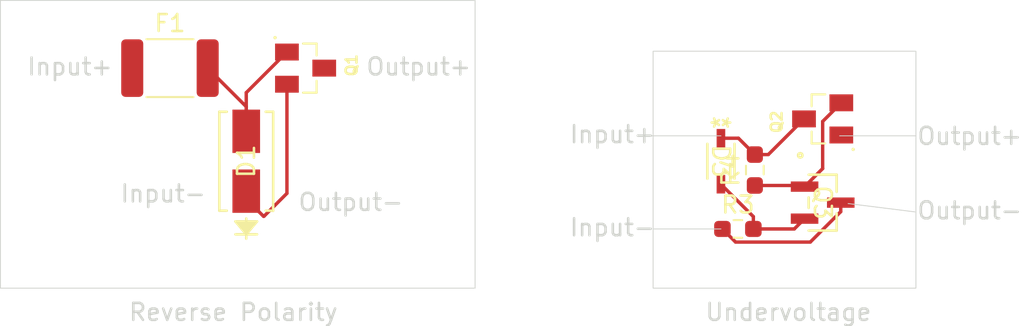
<source format=kicad_pcb>
(kicad_pcb (version 20241229) (generator "pcbnew") (generator_version "9.0")
  (layers (0 "F.Cu" signal) (2 "B.Cu" signal) (13 "F.Paste" user) (15 "B.Paste" user) (5 "F.SilkS" user "F.Silkscreen") (7 "B.SilkS" user "B.Silkscreen") (1 "F.Mask" user) (3 "B.Mask" user) (25 "Edge.Cuts" user))
  (net 0 "")
  (net 1 "Net-(D1-A2)")
  (net 2 "Net-(Q2-G)")
  (net 3 "Net-(D3-A)")
  (net 4 "UP+")
  (net 5 "RPP+")
  (net 6 "RPP-")
  (net 7 "UP-")
  (net 8 "RPPO+")
  (net 9 "UPO+")
  (footprint "FS_4_Footprint_Library:SMA_DIO-M" (layer "F.Cu") (at 85.5 47 90)
    (property "Reference" "D1" (at 0 0 90) (layer "F.SilkS"))
    (property "Value" "SMAJ78CA-13-F")
    (fp_line (start 2.922001 -1.587) (end -2.922001 -1.587) (stroke (width 0.1524)) (layer "F.SilkS"))
    (fp_line (start -2.922001 -1.587) (end -2.922001 -1.14774) (stroke (width 0.1524)) (layer "F.SilkS"))
    (fp_line (start 2.922001 -1.14774) (end 2.922001 -1.587) (stroke (width 0.1524)) (layer "F.SilkS"))
    (fp_line (start -3.557001 -0.635) (end -3.557001 0.635) (stroke (width 0.1524)) (layer "F.SilkS"))
    (fp_line (start -4.319001 -0.635) (end -4.319001 0.635) (stroke (width 0.1524)) (layer "F.SilkS"))
    (fp_line (start -3.38174 0) (end -4.573001 0) (stroke (width 0.1524)) (layer "F.SilkS"))
    (fp_line (start -4.319001 0) (end -3.557001 -0.635) (stroke (width 0.1524)) (layer "F.SilkS"))
    (fp_line (start -4.319001 0) (end -3.557001 -0.508) (stroke (width 0.1524)) (layer "F.SilkS"))
    (fp_line (start -4.319001 0) (end -3.557001 -0.381) (stroke (width 0.1524)) (layer "F.SilkS"))
    (fp_line (start -4.319001 0) (end -3.557001 -0.254) (stroke (width 0.1524)) (layer "F.SilkS"))
    (fp_line (start -4.319001 0) (end -3.557001 -0.127) (stroke (width 0.1524)) (layer "F.SilkS"))
    (fp_line (start -4.319001 0) (end -3.557001 0.127) (stroke (width 0.1524)) (layer "F.SilkS"))
    (fp_line (start -4.319001 0) (end -3.557001 0.254) (stroke (width 0.1524)) (layer "F.SilkS"))
    (fp_line (start -4.319001 0) (end -3.557001 0.381) (stroke (width 0.1524)) (layer "F.SilkS"))
    (fp_line (start -4.319001 0) (end -3.557001 0.508) (stroke (width 0.1524)) (layer "F.SilkS"))
    (fp_line (start -4.319001 0) (end -3.557001 0.635) (stroke (width 0.1524)) (layer "F.SilkS"))
    (fp_line (start -2.922001 1.14774) (end -2.922001 1.587) (stroke (width 0.1524)) (layer "F.SilkS"))
    (fp_line (start 2.922001 1.587) (end 2.922001 1.14774) (stroke (width 0.1524)) (layer "F.SilkS"))
    (fp_line (start -2.922001 1.587) (end 2.922001 1.587) (stroke (width 0.1524)) (layer "F.SilkS"))
    (pad "1" smd rect (at -1.7683 0 180) (size 1.63 2.561399) (layers "F.Cu" "F.Mask" "F.Paste") (net 6 "RPP-"))
    (pad "2" smd rect (at 1.7683 0 180) (size 1.63 2.561399) (layers "F.Cu" "F.Mask" "F.Paste") (net 1 "Net-(D1-A2)"))
  )
  (footprint "Fuse:Fuse_1812_4532Metric_Pad1.30x3.40mm_HandSolder" (layer "F.Cu") (at 81 41.5)
    (property "Reference" "F1" (at 0 -2.65 0) (layer "F.SilkS"))
    (property "Value" "1812L110/33")
    (fp_line (start -1.386252 -1.71) (end 1.386252 -1.71) (stroke (width 0.12)) (layer "F.SilkS"))
    (fp_line (start -1.386252 1.71) (end 1.386252 1.71) (stroke (width 0.12)) (layer "F.SilkS"))
    (pad "1" smd roundrect (at -2.225 0) (size 1.3 3.4) (layers "F.Cu" "F.Mask" "F.Paste") (roundrect_rratio 0.192308) (net 5 "RPP+"))
    (pad "2" smd roundrect (at 2.225 0) (size 1.3 3.4) (layers "F.Cu" "F.Mask" "F.Paste") (roundrect_rratio 0.192308) (net 1 "Net-(D1-A2)"))
  )
  (footprint "FS_4_Footprint_Library:SOT-23_MCC-M" (layer "F.Cu") (at 119.5 49.44615 -90)
    (property "Reference" "Q3" (at 0 0 270) (layer "F.SilkS"))
    (property "Value" "SI2302-TP")
    (fp_line (start -0.30861 0.8255) (end 0.30861 0.8255) (stroke (width 0.1524)) (layer "F.SilkS"))
    (fp_line (start 1.651 0.8255) (end 1.651 -0.8255) (stroke (width 0.1524)) (layer "F.SilkS"))
    (fp_line (start -1.651 -0.8255) (end -1.651 0.8255) (stroke (width 0.1524)) (layer "F.SilkS"))
    (fp_line (start -0.63754 -0.8255) (end -1.651 -0.8255) (stroke (width 0.1524)) (layer "F.SilkS"))
    (fp_line (start 1.651 -0.8255) (end 0.63754 -0.8255) (stroke (width 0.1524)) (layer "F.SilkS"))
    (fp_circle (center -2.794 1.3208) (end -2.667 1.3208) (stroke (width 0.1524)) (fill no) (layer "F.SilkS"))
    (pad "1" smd rect (at -0.94615 1.0668 270) (size 0.6096 1.6256) (layers "F.Cu" "F.Mask" "F.Paste") (net 2 "Net-(Q2-G)"))
    (pad "2" smd rect (at 0.94615 1.0668 270) (size 0.6096 1.6256) (layers "F.Cu" "F.Mask" "F.Paste") (net 3 "Net-(D3-A)"))
    (pad "3" smd rect (at 0 -1.0668 270) (size 0.6096 1.6256) (layers "F.Cu" "F.Mask" "F.Paste") (net 7 "UP-"))
  )
  (footprint "Resistor_SMD:R_0603_1608Metric_Pad0.98x0.95mm_HandSolder" (layer "F.Cu") (at 115.5 47.520791 90)
    (property "Reference" "R4" (at 0 -1.43 90) (layer "F.SilkS"))
    (property "Value" "10K")
    (fp_line (start -0.254724 -0.5225) (end 0.254724 -0.5225) (stroke (width 0.12)) (layer "F.SilkS"))
    (fp_line (start -0.254724 0.5225) (end 0.254724 0.5225) (stroke (width 0.12)) (layer "F.SilkS"))
    (pad "1" smd roundrect (at -0.9125 0 90) (size 0.975 0.95) (layers "F.Cu" "F.Mask" "F.Paste") (net 2 "Net-(Q2-G)"))
    (pad "2" smd roundrect (at 0.9125 0 90) (size 0.975 0.95) (layers "F.Cu" "F.Mask" "F.Paste") (net 4 "UP+"))
  )
  (footprint "Resistor_SMD:R_0603_1608Metric_Pad0.98x0.95mm_HandSolder" (layer "F.Cu") (at 114.5 51)
    (property "Reference" "R3" (at 0 -1.43 0) (layer "F.SilkS"))
    (property "Value" "1M")
    (fp_line (start -0.254724 -0.5225) (end 0.254724 -0.5225) (stroke (width 0.12)) (layer "F.SilkS"))
    (fp_line (start -0.254724 0.5225) (end 0.254724 0.5225) (stroke (width 0.12)) (layer "F.SilkS"))
    (pad "1" smd roundrect (at -0.9125 0) (size 0.975 0.95) (layers "F.Cu" "F.Mask" "F.Paste") (net 7 "UP-"))
    (pad "2" smd roundrect (at 0.9125 0) (size 0.975 0.95) (layers "F.Cu" "F.Mask" "F.Paste") (net 3 "Net-(D3-A)"))
  )
  (footprint "FS_4_Footprint_Library:SOD-323_1P8X1P35_ONS-M" (layer "F.Cu") (at 113.5 47 -90)
    (property "Reference" "D3" (at 0 0 270) (layer "F.SilkS"))
    (property "Value" "MM3Z9V1T1G")
    (fp_line (start -1.0287 0.8001) (end 1.0287 0.8001) (stroke (width 0.1524)) (layer "F.SilkS"))
    (fp_line (start 1.0287 -0.8001) (end -1.0287 -0.8001) (stroke (width 0.1524)) (layer "F.SilkS"))
    (fp_text user "*" (at -2.286 0 90) (layer "F.SilkS"))
    (fp_text user "*" (at -2.286 0 270) (layer "F.SilkS"))
    (pad "1" smd rect (at -1.3589 0 270) (size 1.0922 0.508) (layers "F.Cu" "F.Mask" "F.Paste") (net 4 "UP+"))
    (pad "2" smd rect (at 1.3589 0 270) (size 1.0922 0.508) (layers "F.Cu" "F.Mask" "F.Paste") (net 3 "Net-(D3-A)"))
  )
  (footprint "FS_4_Footprint_Library:SOT95P240X120-3N" (layer "F.Cu") (at 119.5 44.5 90)
    (property "Reference" "Q2" (at -0.17313 -2.713412 90) (layer "F.SilkS") (effects (font (size 0.640476 0.640476))))
    (property "Value" "BSS84")
    (fp_line (start 1.45 -0.65) (end 0.75 -0.65) (stroke (width 0.127)) (layer "F.SilkS"))
    (fp_line (start 1.45 -0.65) (end 1.45 0.15) (stroke (width 0.127)) (layer "F.SilkS"))
    (fp_line (start -1.45 -0.65) (end -0.75 -0.65) (stroke (width 0.127)) (layer "F.SilkS"))
    (fp_line (start -1.45 -0.65) (end -1.45 0.15) (stroke (width 0.127)) (layer "F.SilkS"))
    (fp_circle (center -1.8 1.8) (end -1.7 1.8) (fill yes) (layer "F.SilkS"))
    (pad "1" smd rect (at -0.95 1.1 90) (size 1 1.4) (layers "F.Cu" "F.Mask" "F.Paste") (net 9 "UPO+"))
    (pad "2" smd rect (at 0.95 1.1 90) (size 1 1.4) (layers "F.Cu" "F.Mask" "F.Paste") (net 2 "Net-(Q2-G)"))
    (pad "3" smd rect (at 0 -1.1 90) (size 1 1.4) (layers "F.Cu" "F.Mask" "F.Paste") (net 4 "UP+"))
  )
  (footprint "FS_4_Footprint_Library:SOT95P240X120-3N" (layer "F.Cu") (at 89 41.5 -90)
    (property "Reference" "Q1" (at -0.17313 -2.713412 90) (layer "F.SilkS") (effects (font (size 0.640476 0.640476))))
    (property "Value" "BSS84")
    (fp_line (start -1.45 -0.65) (end -1.45 0.15) (stroke (width 0.127)) (layer "F.SilkS"))
    (fp_line (start -1.45 -0.65) (end -0.75 -0.65) (stroke (width 0.127)) (layer "F.SilkS"))
    (fp_line (start 1.45 -0.65) (end 1.45 0.15) (stroke (width 0.127)) (layer "F.SilkS"))
    (fp_line (start 1.45 -0.65) (end 0.75 -0.65) (stroke (width 0.127)) (layer "F.SilkS"))
    (fp_circle (center -1.8 1.8) (end -1.7 1.8) (fill yes) (layer "F.SilkS"))
    (pad "1" smd rect (at -0.95 1.1 270) (size 1 1.4) (layers "F.Cu" "F.Mask" "F.Paste") (net 1 "Net-(D1-A2)"))
    (pad "2" smd rect (at 0.95 1.1 270) (size 1 1.4) (layers "F.Cu" "F.Mask" "F.Paste") (net 6 "RPP-"))
    (pad "3" smd rect (at 0 -1.1 270) (size 1 1.4) (layers "F.Cu" "F.Mask" "F.Paste") (net 8 "RPPO+"))
  )
  (gr_line (start 125 45.5) (end 120.5 45.5) (stroke (width 0.05)) (layer "Edge.Cuts"))
  (gr_line (start 125 50) (end 121 49.5) (stroke (width 0.05)) (layer "Edge.Cuts"))
  (gr_line (start 109.5 51) (end 113.5 51) (stroke (width 0.05)) (layer "Edge.Cuts"))
  (gr_rect (start 71 37.5) (end 99 54.5) (stroke (width 0.05)) (fill no) (layer "Edge.Cuts"))
  (gr_rect (start 109.5 40.5) (end 125 54.5) (stroke (width 0.05)) (fill no) (layer "Edge.Cuts"))
  (gr_line (start 109 45.5) (end 113.5 45.5) (stroke (width 0.05)) (layer "Edge.Cuts"))
  (gr_text "Input+" (at 72.5 42 0) (layer "Edge.Cuts") (effects (font (size 1 1)) (justify left bottom)))
  (gr_text "Output-" (at 125 50.5 0) (layer "Edge.Cuts") (effects (font (size 1 1)) (justify left bottom)))
  (gr_text "Output-" (at 88.5 50 0) (layer "Edge.Cuts") (effects (font (size 1 1)) (justify left bottom)))
  (gr_text "Output+" (at 92.5 42 0) (layer "Edge.Cuts") (effects (font (size 1 1)) (justify left bottom)))
  (gr_text "Output+" (at 125 46.1 0) (layer "Edge.Cuts") (effects (font (size 1 1)) (justify left bottom)))
  (gr_text "Reverse Polarity" (at 78.5 56.5 0) (layer "Edge.Cuts") (effects (font (size 1 1)) (justify left bottom)))
  (gr_text "Input-" (at 78 49.5 0) (layer "Edge.Cuts") (effects (font (size 1 1)) (justify left bottom)))
  (gr_text "Undervoltage" (at 112.5 56.5 0) (layer "Edge.Cuts") (effects (font (size 1 1)) (justify left bottom)))
  (gr_text "Input-" (at 104.5 51.5 0) (layer "Edge.Cuts") (effects (font (size 1 1)) (justify left bottom)))
  (gr_text "Input+" (at 104.5 46 0) (layer "Edge.Cuts") (effects (font (size 1 1)) (justify left bottom)))
  (segment (start 85.5 43.775) (end 85.5 45.2317) (width 0.2) (layer "F.Cu") (net 1))
  (segment (start 87.9 40.55) (end 85.5 42.95) (width 0.2) (layer "F.Cu") (net 1))
  (segment (start 83.225 41.5) (end 85.5 43.775) (width 0.2) (layer "F.Cu") (net 1))
  (segment (start 85.5 42.95) (end 85.5 45.2317) (width 0.2) (layer "F.Cu") (net 1))
  (segment (start 119.5 47.4332) (end 118.4332 48.5) (width 0.2) (layer "F.Cu") (net 2))
  (segment (start 118.366491 48.433291) (end 118.4332 48.5) (width 0.2) (layer "F.Cu") (net 2))
  (segment (start 115.5 48.433291) (end 118.366491 48.433291) (width 0.2) (layer "F.Cu") (net 2))
  (segment (start 119.5 44.65) (end 119.5 47.4332) (width 0.2) (layer "F.Cu") (net 2))
  (segment (start 120.6 43.55) (end 119.5 44.65) (width 0.2) (layer "F.Cu") (net 2))
  (segment (start 115.4125 51) (end 117.8255 51) (width 0.2) (layer "F.Cu") (net 3))
  (segment (start 117.8255 51) (end 118.4332 50.3923) (width 0.2) (layer "F.Cu") (net 3))
  (segment (start 115.4125 50.2714) (end 113.5 48.3589) (width 0.2) (layer "F.Cu") (net 3))
  (segment (start 115.4125 51) (end 115.4125 50.2714) (width 0.2) (layer "F.Cu") (net 3))
  (segment (start 115.5 46.608291) (end 116.291709 46.608291) (width 0.2) (layer "F.Cu") (net 4))
  (segment (start 116.291709 46.608291) (end 118.4 44.5) (width 0.2) (layer "F.Cu") (net 4))
  (segment (start 113.5 45.6411) (end 114.532809 45.6411) (width 0.2) (layer "F.Cu") (net 4))
  (segment (start 114.532809 45.6411) (end 115.5 46.608291) (width 0.2) (layer "F.Cu") (net 4))
  (segment (start 87.9 48.896235) (end 86.547236 50.248999) (width 0.2) (layer "F.Cu") (net 6))
  (segment (start 86.547236 50.248999) (end 86.515 50.248999) (width 0.2) (layer "F.Cu") (net 6))
  (segment (start 86.515 50.248999) (end 85.5 49.233999) (width 0.2) (layer "F.Cu") (net 6))
  (segment (start 85.5 49.233999) (end 85.5 48.7683) (width 0.2) (layer "F.Cu") (net 6))
  (segment (start 87.9 42.45) (end 87.9 48.896235) (width 0.2) (layer "F.Cu") (net 6))
  (segment (start 120.5668 49.9783) (end 118.7691 51.776) (width 0.2) (layer "F.Cu") (net 7))
  (segment (start 120.5668 49.44615) (end 120.5668 49.9783) (width 0.2) (layer "F.Cu") (net 7))
  (segment (start 118.7691 51.776) (end 114.3635 51.776) (width 0.2) (layer "F.Cu") (net 7))
  (segment (start 114.3635 51.776) (end 113.5875 51) (width 0.2) (layer "F.Cu") (net 7))
)
</source>
